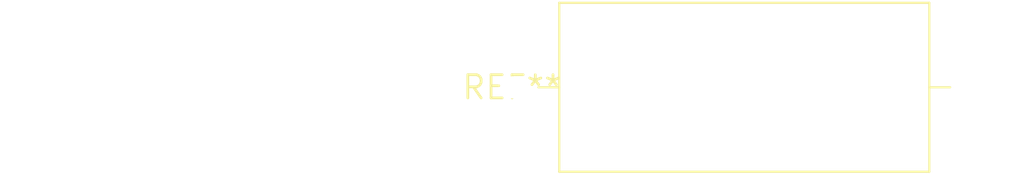
<source format=kicad_pcb>
(kicad_pcb (version 20240108) (generator pcbnew)
  (layers (0 "F.Cu" signal) (31 "B.Cu" signal) (34 "B.Paste" user) (35 "F.Paste" user) (36 "B.SilkS" user "B.Silkscreen") (37 "F.SilkS" user "F.Silkscreen") (38 "B.Mask" user) (39 "F.Mask" user) (44 "Edge.Cuts" user))
  (net 0 "")
  (footprint "R_Axial_DIN0922_L20.0mm_D9.0mm_P25.40mm_Horizontal" (layer "F.Cu") (at 0 0)
    (property "Reference" "REF**")
    (property "Value" "R_Axial_DIN0922_L20.0mm_D9.0mm_P25.40mm_Horizontal")
    (fp_line (start 1.44 0) (end 2.58 0) (layer "F.SilkS") (stroke (width 0.12)))
    (fp_line (start 2.58 -4.62) (end 2.58 4.62) (layer "F.SilkS") (stroke (width 0.12)))
    (fp_line (start 2.58 4.62) (end 22.82 4.62) (layer "F.SilkS") (stroke (width 0.12)))
    (fp_line (start 22.82 -4.62) (end 2.58 -4.62) (layer "F.SilkS") (stroke (width 0.12)))
    (fp_line (start 22.82 4.62) (end 22.82 -4.62) (layer "F.SilkS") (stroke (width 0.12)))
    (fp_line (start 23.96 0) (end 22.82 0) (layer "F.SilkS") (stroke (width 0.12)))
    (pad "1" thru_hole circle (at 0 0) (size 2.4 2.4) (drill 1.2) (layers *.Cu *.Mask) (remove_unused_layers))
    (pad "2" thru_hole oval (at 25.4 0) (size 2.4 2.4) (drill 1.2) (layers *.Cu *.Mask) (remove_unused_layers))
  )
)
</source>
